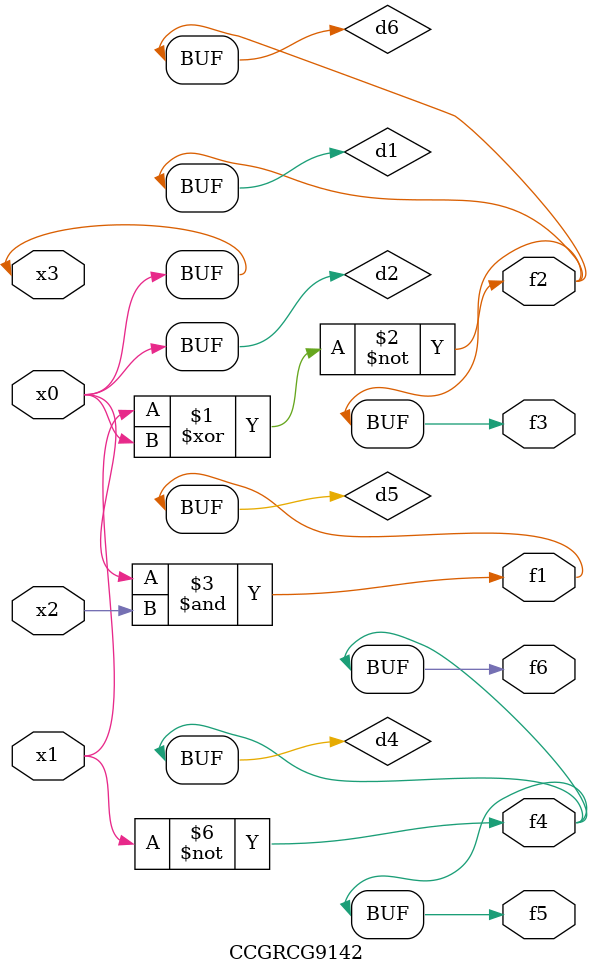
<source format=v>
module CCGRCG9142(
	input x0, x1, x2, x3,
	output f1, f2, f3, f4, f5, f6
);

	wire d1, d2, d3, d4, d5, d6;

	xnor (d1, x1, x3);
	buf (d2, x0, x3);
	nand (d3, x0, x2);
	not (d4, x1);
	nand (d5, d3);
	or (d6, d1);
	assign f1 = d5;
	assign f2 = d6;
	assign f3 = d6;
	assign f4 = d4;
	assign f5 = d4;
	assign f6 = d4;
endmodule

</source>
